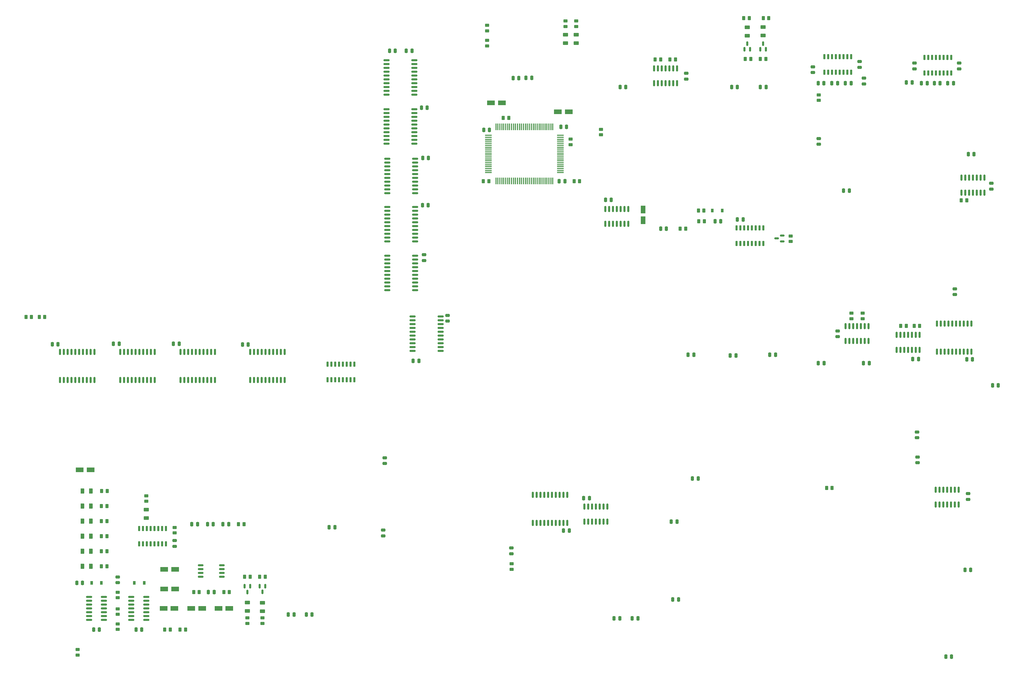
<source format=gbr>
%TF.GenerationSoftware,KiCad,Pcbnew,(6.0.8)*%
%TF.CreationDate,2022-10-29T13:34:51+01:00*%
%TF.ProjectId,yddraig030,79646472-6169-4673-9033-302e6b696361,rev?*%
%TF.SameCoordinates,Original*%
%TF.FileFunction,Paste,Top*%
%TF.FilePolarity,Positive*%
%FSLAX46Y46*%
G04 Gerber Fmt 4.6, Leading zero omitted, Abs format (unit mm)*
G04 Created by KiCad (PCBNEW (6.0.8)) date 2022-10-29 13:34:51*
%MOMM*%
%LPD*%
G01*
G04 APERTURE LIST*
G04 Aperture macros list*
%AMRoundRect*
0 Rectangle with rounded corners*
0 $1 Rounding radius*
0 $2 $3 $4 $5 $6 $7 $8 $9 X,Y pos of 4 corners*
0 Add a 4 corners polygon primitive as box body*
4,1,4,$2,$3,$4,$5,$6,$7,$8,$9,$2,$3,0*
0 Add four circle primitives for the rounded corners*
1,1,$1+$1,$2,$3*
1,1,$1+$1,$4,$5*
1,1,$1+$1,$6,$7*
1,1,$1+$1,$8,$9*
0 Add four rect primitives between the rounded corners*
20,1,$1+$1,$2,$3,$4,$5,0*
20,1,$1+$1,$4,$5,$6,$7,0*
20,1,$1+$1,$6,$7,$8,$9,0*
20,1,$1+$1,$8,$9,$2,$3,0*%
G04 Aperture macros list end*
%ADD10RoundRect,0.250000X-0.250000X-0.475000X0.250000X-0.475000X0.250000X0.475000X-0.250000X0.475000X0*%
%ADD11RoundRect,0.250000X0.450000X-0.262500X0.450000X0.262500X-0.450000X0.262500X-0.450000X-0.262500X0*%
%ADD12RoundRect,0.250000X0.625000X-0.375000X0.625000X0.375000X-0.625000X0.375000X-0.625000X-0.375000X0*%
%ADD13RoundRect,0.250000X0.375000X0.625000X-0.375000X0.625000X-0.375000X-0.625000X0.375000X-0.625000X0*%
%ADD14RoundRect,0.250000X-0.625000X0.375000X-0.625000X-0.375000X0.625000X-0.375000X0.625000X0.375000X0*%
%ADD15RoundRect,0.250000X-1.050000X-0.550000X1.050000X-0.550000X1.050000X0.550000X-1.050000X0.550000X0*%
%ADD16RoundRect,0.250000X-0.475000X0.250000X-0.475000X-0.250000X0.475000X-0.250000X0.475000X0.250000X0*%
%ADD17RoundRect,0.250000X0.250000X0.475000X-0.250000X0.475000X-0.250000X-0.475000X0.250000X-0.475000X0*%
%ADD18RoundRect,0.150000X0.150000X-0.875000X0.150000X0.875000X-0.150000X0.875000X-0.150000X-0.875000X0*%
%ADD19RoundRect,0.250000X-0.262500X-0.450000X0.262500X-0.450000X0.262500X0.450000X-0.262500X0.450000X0*%
%ADD20RoundRect,0.150000X0.875000X0.150000X-0.875000X0.150000X-0.875000X-0.150000X0.875000X-0.150000X0*%
%ADD21RoundRect,0.150000X-0.150000X0.825000X-0.150000X-0.825000X0.150000X-0.825000X0.150000X0.825000X0*%
%ADD22RoundRect,0.250000X0.475000X-0.250000X0.475000X0.250000X-0.475000X0.250000X-0.475000X-0.250000X0*%
%ADD23RoundRect,0.150000X0.150000X-0.825000X0.150000X0.825000X-0.150000X0.825000X-0.150000X-0.825000X0*%
%ADD24RoundRect,0.150000X-0.875000X-0.150000X0.875000X-0.150000X0.875000X0.150000X-0.875000X0.150000X0*%
%ADD25RoundRect,0.250000X-0.450000X0.262500X-0.450000X-0.262500X0.450000X-0.262500X0.450000X0.262500X0*%
%ADD26RoundRect,0.150000X-0.150000X0.587500X-0.150000X-0.587500X0.150000X-0.587500X0.150000X0.587500X0*%
%ADD27RoundRect,0.150000X0.150000X-0.725000X0.150000X0.725000X-0.150000X0.725000X-0.150000X-0.725000X0*%
%ADD28RoundRect,0.250000X0.262500X0.450000X-0.262500X0.450000X-0.262500X-0.450000X0.262500X-0.450000X0*%
%ADD29RoundRect,0.150000X-0.800000X-0.150000X0.800000X-0.150000X0.800000X0.150000X-0.800000X0.150000X0*%
%ADD30RoundRect,0.150000X-0.150000X0.875000X-0.150000X-0.875000X0.150000X-0.875000X0.150000X0.875000X0*%
%ADD31RoundRect,0.150000X-0.150000X0.725000X-0.150000X-0.725000X0.150000X-0.725000X0.150000X0.725000X0*%
%ADD32R,0.350000X2.200000*%
%ADD33R,2.200000X0.350000*%
%ADD34R,0.900000X1.200000*%
%ADD35RoundRect,0.150000X0.150000X-0.587500X0.150000X0.587500X-0.150000X0.587500X-0.150000X-0.587500X0*%
%ADD36RoundRect,0.150000X-0.825000X-0.150000X0.825000X-0.150000X0.825000X0.150000X-0.825000X0.150000X0*%
%ADD37RoundRect,0.150000X0.587500X0.150000X-0.587500X0.150000X-0.587500X-0.150000X0.587500X-0.150000X0*%
%ADD38RoundRect,0.250000X-0.550000X1.050000X-0.550000X-1.050000X0.550000X-1.050000X0.550000X1.050000X0*%
G04 APERTURE END LIST*
D10*
%TO.C,C1503*%
X270500000Y-99900000D03*
X272400000Y-99900000D03*
%TD*%
D11*
%TO.C,R202*%
X108000000Y-233912500D03*
X108000000Y-232087500D03*
%TD*%
D10*
%TO.C,C1302*%
X263100000Y-100500000D03*
X265000000Y-100500000D03*
%TD*%
D12*
%TO.C,D202*%
X113000000Y-229900000D03*
X113000000Y-227100000D03*
%TD*%
D13*
%TO.C,D1406*%
X56087500Y-215000000D03*
X53287500Y-215000000D03*
%TD*%
D11*
%TO.C,R1208*%
X213500000Y-35912500D03*
X213500000Y-34087500D03*
%TD*%
D14*
%TO.C,D601*%
X74500000Y-196200000D03*
X74500000Y-199000000D03*
%TD*%
D15*
%TO.C,C1408*%
X80200000Y-229000000D03*
X83800000Y-229000000D03*
%TD*%
D10*
%TO.C,C1103*%
X231600000Y-56000000D03*
X233500000Y-56000000D03*
%TD*%
D16*
%TO.C,C505*%
X311000000Y-47550000D03*
X311000000Y-49450000D03*
%TD*%
D17*
%TO.C,C510*%
X342150000Y-54750000D03*
X340250000Y-54750000D03*
%TD*%
D18*
%TO.C,U902*%
X65785000Y-153150000D03*
X67055000Y-153150000D03*
X68325000Y-153150000D03*
X69595000Y-153150000D03*
X70865000Y-153150000D03*
X72135000Y-153150000D03*
X73405000Y-153150000D03*
X74675000Y-153150000D03*
X75945000Y-153150000D03*
X77215000Y-153150000D03*
X77215000Y-143850000D03*
X75945000Y-143850000D03*
X74675000Y-143850000D03*
X73405000Y-143850000D03*
X72135000Y-143850000D03*
X70865000Y-143850000D03*
X69595000Y-143850000D03*
X68325000Y-143850000D03*
X67055000Y-143850000D03*
X65785000Y-143850000D03*
%TD*%
D16*
%TO.C,C905*%
X166600000Y-111650000D03*
X166600000Y-113550000D03*
%TD*%
D19*
%TO.C,R1101*%
X243215000Y-46850000D03*
X245040000Y-46850000D03*
%TD*%
D16*
%TO.C,C308*%
X330200000Y-178748000D03*
X330200000Y-180648000D03*
%TD*%
D10*
%TO.C,C903*%
X83450000Y-141150000D03*
X85350000Y-141150000D03*
%TD*%
D20*
%TO.C,U909*%
X163650000Y-107215000D03*
X163650000Y-105945000D03*
X163650000Y-104675000D03*
X163650000Y-103405000D03*
X163650000Y-102135000D03*
X163650000Y-100865000D03*
X163650000Y-99595000D03*
X163650000Y-98325000D03*
X163650000Y-97055000D03*
X163650000Y-95785000D03*
X154350000Y-95785000D03*
X154350000Y-97055000D03*
X154350000Y-98325000D03*
X154350000Y-99595000D03*
X154350000Y-100865000D03*
X154350000Y-102135000D03*
X154350000Y-103405000D03*
X154350000Y-104675000D03*
X154350000Y-105945000D03*
X154350000Y-107215000D03*
%TD*%
D18*
%TO.C,U903*%
X45840000Y-153187500D03*
X47110000Y-153187500D03*
X48380000Y-153187500D03*
X49650000Y-153187500D03*
X50920000Y-153187500D03*
X52190000Y-153187500D03*
X53460000Y-153187500D03*
X54730000Y-153187500D03*
X56000000Y-153187500D03*
X57270000Y-153187500D03*
X57270000Y-143887500D03*
X56000000Y-143887500D03*
X54730000Y-143887500D03*
X53460000Y-143887500D03*
X52190000Y-143887500D03*
X50920000Y-143887500D03*
X49650000Y-143887500D03*
X48380000Y-143887500D03*
X47110000Y-143887500D03*
X45840000Y-143887500D03*
%TD*%
D10*
%TO.C,C1102*%
X268600000Y-56000000D03*
X270500000Y-56000000D03*
%TD*%
%TO.C,C1205*%
X211400000Y-87200000D03*
X213300000Y-87200000D03*
%TD*%
D21*
%TO.C,U705*%
X314020000Y-135300000D03*
X312750000Y-135300000D03*
X311480000Y-135300000D03*
X310210000Y-135300000D03*
X308940000Y-135300000D03*
X307670000Y-135300000D03*
X306400000Y-135300000D03*
X306400000Y-140250000D03*
X307670000Y-140250000D03*
X308940000Y-140250000D03*
X310210000Y-140250000D03*
X311480000Y-140250000D03*
X312750000Y-140250000D03*
X314020000Y-140250000D03*
%TD*%
D10*
%TO.C,C1203*%
X211950000Y-69200000D03*
X213850000Y-69200000D03*
%TD*%
D22*
%TO.C,C1004*%
X153500000Y-180900000D03*
X153500000Y-179000000D03*
%TD*%
D19*
%TO.C,R504*%
X278087500Y-46650000D03*
X279912500Y-46650000D03*
%TD*%
D23*
%TO.C,U1101*%
X242820000Y-54750000D03*
X244090000Y-54750000D03*
X245360000Y-54750000D03*
X246630000Y-54750000D03*
X247900000Y-54750000D03*
X249170000Y-54750000D03*
X250440000Y-54750000D03*
X250440000Y-49800000D03*
X249170000Y-49800000D03*
X247900000Y-49800000D03*
X246630000Y-49800000D03*
X245360000Y-49800000D03*
X244090000Y-49800000D03*
X242820000Y-49800000D03*
%TD*%
D24*
%TO.C,U707*%
X162750000Y-132135000D03*
X162750000Y-133405000D03*
X162750000Y-134675000D03*
X162750000Y-135945000D03*
X162750000Y-137215000D03*
X162750000Y-138485000D03*
X162750000Y-139755000D03*
X162750000Y-141025000D03*
X162750000Y-142295000D03*
X162750000Y-143565000D03*
X172050000Y-143565000D03*
X172050000Y-142295000D03*
X172050000Y-141025000D03*
X172050000Y-139755000D03*
X172050000Y-138485000D03*
X172050000Y-137215000D03*
X172050000Y-135945000D03*
X172050000Y-134675000D03*
X172050000Y-133405000D03*
X172050000Y-132135000D03*
%TD*%
D11*
%TO.C,R1209*%
X217000000Y-35912500D03*
X217000000Y-34087500D03*
%TD*%
D19*
%TO.C,R205*%
X112087500Y-218500000D03*
X113912500Y-218500000D03*
%TD*%
D10*
%TO.C,C909*%
X166050000Y-95175000D03*
X167950000Y-95175000D03*
%TD*%
D25*
%TO.C,R801*%
X312050000Y-131000000D03*
X312050000Y-132825000D03*
%TD*%
D17*
%TO.C,C1204*%
X198000000Y-53000000D03*
X196100000Y-53000000D03*
%TD*%
D16*
%TO.C,C1101*%
X253540000Y-51450000D03*
X253540000Y-53350000D03*
%TD*%
D10*
%TO.C,C307*%
X281244000Y-144780000D03*
X283144000Y-144780000D03*
%TD*%
D26*
%TO.C,Q201*%
X108950000Y-221625000D03*
X107050000Y-221625000D03*
X108000000Y-223500000D03*
%TD*%
D25*
%TO.C,R605*%
X83865000Y-202100000D03*
X83865000Y-203925000D03*
%TD*%
D22*
%TO.C,C514*%
X329250000Y-49950000D03*
X329250000Y-48050000D03*
%TD*%
D10*
%TO.C,C906*%
X165700000Y-62850000D03*
X167600000Y-62850000D03*
%TD*%
D19*
%TO.C,R1406*%
X59587500Y-195000000D03*
X61412500Y-195000000D03*
%TD*%
D10*
%TO.C,C908*%
X160666000Y-44000000D03*
X162566000Y-44000000D03*
%TD*%
D25*
%TO.C,R1205*%
X215162500Y-73275000D03*
X215162500Y-75100000D03*
%TD*%
D27*
%TO.C,U706*%
X134555000Y-153075000D03*
X135825000Y-153075000D03*
X137095000Y-153075000D03*
X138365000Y-153075000D03*
X139635000Y-153075000D03*
X140905000Y-153075000D03*
X142175000Y-153075000D03*
X143445000Y-153075000D03*
X143445000Y-147925000D03*
X142175000Y-147925000D03*
X140905000Y-147925000D03*
X139635000Y-147925000D03*
X138365000Y-147925000D03*
X137095000Y-147925000D03*
X135825000Y-147925000D03*
X134555000Y-147925000D03*
%TD*%
D10*
%TO.C,C707*%
X226750000Y-93400000D03*
X228650000Y-93400000D03*
%TD*%
D20*
%TO.C,U908*%
X163396000Y-58515000D03*
X163396000Y-57245000D03*
X163396000Y-55975000D03*
X163396000Y-54705000D03*
X163396000Y-53435000D03*
X163396000Y-52165000D03*
X163396000Y-50895000D03*
X163396000Y-49625000D03*
X163396000Y-48355000D03*
X163396000Y-47085000D03*
X154096000Y-47085000D03*
X154096000Y-48355000D03*
X154096000Y-49625000D03*
X154096000Y-50895000D03*
X154096000Y-52165000D03*
X154096000Y-53435000D03*
X154096000Y-54705000D03*
X154096000Y-55975000D03*
X154096000Y-57245000D03*
X154096000Y-58515000D03*
%TD*%
D11*
%TO.C,R1001*%
X195600000Y-216000000D03*
X195600000Y-214175000D03*
%TD*%
D28*
%TO.C,R301*%
X301912500Y-189000000D03*
X300087500Y-189000000D03*
%TD*%
D19*
%TO.C,R502*%
X273087500Y-46650000D03*
X274912500Y-46650000D03*
%TD*%
D10*
%TO.C,C901*%
X43300000Y-141300000D03*
X45200000Y-141300000D03*
%TD*%
%TO.C,C508*%
X331550000Y-54750000D03*
X333450000Y-54750000D03*
%TD*%
D17*
%TO.C,C1006*%
X237500000Y-232250000D03*
X235600000Y-232250000D03*
%TD*%
D19*
%TO.C,R503*%
X272587500Y-33150000D03*
X274412500Y-33150000D03*
%TD*%
D10*
%TO.C,C512*%
X335800000Y-54750000D03*
X337700000Y-54750000D03*
%TD*%
D17*
%TO.C,C1301*%
X246950000Y-103000000D03*
X245050000Y-103000000D03*
%TD*%
D10*
%TO.C,C304*%
X297312000Y-147574000D03*
X299212000Y-147574000D03*
%TD*%
D19*
%TO.C,R702*%
X329100000Y-135200000D03*
X330925000Y-135200000D03*
%TD*%
D17*
%TO.C,C705*%
X357000000Y-155000000D03*
X355100000Y-155000000D03*
%TD*%
D16*
%TO.C,C703*%
X174400000Y-131750000D03*
X174400000Y-133650000D03*
%TD*%
D29*
%TO.C,U201*%
X92500000Y-214690000D03*
X92500000Y-215960000D03*
X92500000Y-217230000D03*
X92500000Y-218500000D03*
X99500000Y-218500000D03*
X99500000Y-217230000D03*
X99500000Y-215960000D03*
X99500000Y-214690000D03*
%TD*%
D15*
%TO.C,C201*%
X89400000Y-229000000D03*
X93000000Y-229000000D03*
%TD*%
D30*
%TO.C,U708*%
X348115000Y-134450000D03*
X346845000Y-134450000D03*
X345575000Y-134450000D03*
X344305000Y-134450000D03*
X343035000Y-134450000D03*
X341765000Y-134450000D03*
X340495000Y-134450000D03*
X339225000Y-134450000D03*
X337955000Y-134450000D03*
X336685000Y-134450000D03*
X336685000Y-143750000D03*
X337955000Y-143750000D03*
X339225000Y-143750000D03*
X340495000Y-143750000D03*
X341765000Y-143750000D03*
X343035000Y-143750000D03*
X344305000Y-143750000D03*
X345575000Y-143750000D03*
X346845000Y-143750000D03*
X348115000Y-143750000D03*
%TD*%
D13*
%TO.C,D1401*%
X56087500Y-205000000D03*
X53287500Y-205000000D03*
%TD*%
D17*
%TO.C,C504*%
X348950000Y-78250000D03*
X347050000Y-78250000D03*
%TD*%
D19*
%TO.C,R201*%
X107087500Y-218500000D03*
X108912500Y-218500000D03*
%TD*%
%TO.C,R804*%
X38955900Y-132257800D03*
X40780900Y-132257800D03*
%TD*%
D22*
%TO.C,C706*%
X303756250Y-138787500D03*
X303756250Y-136887500D03*
%TD*%
D19*
%TO.C,R207*%
X85675000Y-236000000D03*
X87500000Y-236000000D03*
%TD*%
%TO.C,R1404*%
X59587500Y-210000000D03*
X61412500Y-210000000D03*
%TD*%
D17*
%TO.C,C301*%
X257500000Y-185900000D03*
X255600000Y-185900000D03*
%TD*%
D13*
%TO.C,D1404*%
X56087500Y-195000000D03*
X53287500Y-195000000D03*
%TD*%
D16*
%TO.C,C1402*%
X65000000Y-218550000D03*
X65000000Y-220450000D03*
%TD*%
D28*
%TO.C,R1302*%
X253325000Y-103000000D03*
X251500000Y-103000000D03*
%TD*%
D19*
%TO.C,R1409*%
X59675000Y-190000000D03*
X61500000Y-190000000D03*
%TD*%
%TO.C,R1407*%
X59587500Y-215000000D03*
X61412500Y-215000000D03*
%TD*%
D20*
%TO.C,U906*%
X163396000Y-74771000D03*
X163396000Y-73501000D03*
X163396000Y-72231000D03*
X163396000Y-70961000D03*
X163396000Y-69691000D03*
X163396000Y-68421000D03*
X163396000Y-67151000D03*
X163396000Y-65881000D03*
X163396000Y-64611000D03*
X163396000Y-63341000D03*
X154096000Y-63341000D03*
X154096000Y-64611000D03*
X154096000Y-65881000D03*
X154096000Y-67151000D03*
X154096000Y-68421000D03*
X154096000Y-69691000D03*
X154096000Y-70961000D03*
X154096000Y-72231000D03*
X154096000Y-73501000D03*
X154096000Y-74771000D03*
%TD*%
D10*
%TO.C,C202*%
X95050000Y-223500000D03*
X96950000Y-223500000D03*
%TD*%
D17*
%TO.C,C1202*%
X202300000Y-52950000D03*
X200400000Y-52950000D03*
%TD*%
%TO.C,C704*%
X348450000Y-146350000D03*
X346550000Y-146350000D03*
%TD*%
D10*
%TO.C,C404*%
X345948000Y-216154000D03*
X347848000Y-216154000D03*
%TD*%
D19*
%TO.C,R1202*%
X192837500Y-66250000D03*
X194662500Y-66250000D03*
%TD*%
D22*
%TO.C,C513*%
X295550000Y-51200000D03*
X295550000Y-49300000D03*
%TD*%
D19*
%TO.C,R203*%
X90175000Y-223500000D03*
X92000000Y-223500000D03*
%TD*%
D10*
%TO.C,C507*%
X297300000Y-54750000D03*
X299200000Y-54750000D03*
%TD*%
%TO.C,C902*%
X63550000Y-141200000D03*
X65450000Y-141200000D03*
%TD*%
D19*
%TO.C,R1303*%
X257675000Y-100500000D03*
X259500000Y-100500000D03*
%TD*%
D15*
%TO.C,C1407*%
X80400000Y-222500000D03*
X84000000Y-222500000D03*
%TD*%
D17*
%TO.C,C401*%
X341500000Y-245000000D03*
X339600000Y-245000000D03*
%TD*%
D19*
%TO.C,R1301*%
X257587500Y-97000000D03*
X259412500Y-97000000D03*
%TD*%
D17*
%TO.C,C708*%
X330550000Y-146200000D03*
X328650000Y-146200000D03*
%TD*%
D11*
%TO.C,R1410*%
X51650000Y-244450000D03*
X51650000Y-242625000D03*
%TD*%
D31*
%TO.C,U1503*%
X279090000Y-102700000D03*
X277820000Y-102700000D03*
X276550000Y-102700000D03*
X275280000Y-102700000D03*
X274010000Y-102700000D03*
X272740000Y-102700000D03*
X271470000Y-102700000D03*
X270200000Y-102700000D03*
X270200000Y-107850000D03*
X271470000Y-107850000D03*
X272740000Y-107850000D03*
X274010000Y-107850000D03*
X275280000Y-107850000D03*
X276550000Y-107850000D03*
X277820000Y-107850000D03*
X279090000Y-107850000D03*
%TD*%
D10*
%TO.C,C1201*%
X186350000Y-70200000D03*
X188250000Y-70200000D03*
%TD*%
D15*
%TO.C,C1206*%
X210962500Y-64200000D03*
X214562500Y-64200000D03*
%TD*%
D16*
%TO.C,C802*%
X354690000Y-87925000D03*
X354690000Y-89825000D03*
%TD*%
D20*
%TO.C,U907*%
X163650000Y-91215000D03*
X163650000Y-89945000D03*
X163650000Y-88675000D03*
X163650000Y-87405000D03*
X163650000Y-86135000D03*
X163650000Y-84865000D03*
X163650000Y-83595000D03*
X163650000Y-82325000D03*
X163650000Y-81055000D03*
X163650000Y-79785000D03*
X154350000Y-79785000D03*
X154350000Y-81055000D03*
X154350000Y-82325000D03*
X154350000Y-83595000D03*
X154350000Y-84865000D03*
X154350000Y-86135000D03*
X154350000Y-87405000D03*
X154350000Y-88675000D03*
X154350000Y-89945000D03*
X154350000Y-91215000D03*
%TD*%
D32*
%TO.C,U1201*%
X190425000Y-87165000D03*
X191075000Y-87165000D03*
X191725000Y-87165000D03*
X192375000Y-87165000D03*
X193025000Y-87165000D03*
X193675000Y-87165000D03*
X194325000Y-87165000D03*
X194975000Y-87165000D03*
X195625000Y-87165000D03*
X196275000Y-87165000D03*
X196925000Y-87165000D03*
X197575000Y-87165000D03*
X198225000Y-87165000D03*
X198875000Y-87165000D03*
X199525000Y-87165000D03*
X200175000Y-87165000D03*
X200825000Y-87165000D03*
X201475000Y-87165000D03*
X202125000Y-87165000D03*
X202775000Y-87165000D03*
X203425000Y-87165000D03*
X204075000Y-87165000D03*
X204725000Y-87165000D03*
X205375000Y-87165000D03*
X206025000Y-87165000D03*
X206675000Y-87165000D03*
X207325000Y-87165000D03*
X207975000Y-87165000D03*
X208625000Y-87165000D03*
X209275000Y-87165000D03*
D33*
X211815000Y-84375000D03*
X211815000Y-83725000D03*
X211815000Y-83075000D03*
X211815000Y-82425000D03*
X211815000Y-81775000D03*
X211815000Y-81125000D03*
X211815000Y-80475000D03*
X211815000Y-79825000D03*
X211815000Y-79175000D03*
X211815000Y-78525000D03*
X211815000Y-77875000D03*
X211815000Y-77225000D03*
X211815000Y-76575000D03*
X211815000Y-75925000D03*
X211815000Y-75275000D03*
X211815000Y-74625000D03*
X211815000Y-73975000D03*
X211815000Y-73325000D03*
X211815000Y-72675000D03*
X211815000Y-72025000D03*
D32*
X209275000Y-69235000D03*
X208625000Y-69235000D03*
X207975000Y-69235000D03*
X207325000Y-69235000D03*
X206675000Y-69235000D03*
X206025000Y-69235000D03*
X205375000Y-69235000D03*
X204725000Y-69235000D03*
X204075000Y-69235000D03*
X203425000Y-69235000D03*
X202775000Y-69235000D03*
X202125000Y-69235000D03*
X201475000Y-69235000D03*
X200825000Y-69235000D03*
X200175000Y-69235000D03*
X199525000Y-69235000D03*
X198875000Y-69235000D03*
X198225000Y-69235000D03*
X197575000Y-69235000D03*
X196925000Y-69235000D03*
X196275000Y-69235000D03*
X195625000Y-69235000D03*
X194975000Y-69235000D03*
X194325000Y-69235000D03*
X193675000Y-69235000D03*
X193025000Y-69235000D03*
X192375000Y-69235000D03*
X191725000Y-69235000D03*
X191075000Y-69235000D03*
X190425000Y-69235000D03*
D33*
X187885000Y-72025000D03*
X187885000Y-72675000D03*
X187885000Y-73325000D03*
X187885000Y-73975000D03*
X187885000Y-74625000D03*
X187885000Y-75275000D03*
X187885000Y-75925000D03*
X187885000Y-76575000D03*
X187885000Y-77225000D03*
X187885000Y-77875000D03*
X187885000Y-78525000D03*
X187885000Y-79175000D03*
X187885000Y-79825000D03*
X187885000Y-80475000D03*
X187885000Y-81125000D03*
X187885000Y-81775000D03*
X187885000Y-82425000D03*
X187885000Y-83075000D03*
X187885000Y-83725000D03*
X187885000Y-84375000D03*
%TD*%
D19*
%TO.C,R703*%
X324687500Y-135200000D03*
X326512500Y-135200000D03*
%TD*%
D25*
%TO.C,R802*%
X308300000Y-131000000D03*
X308300000Y-132825000D03*
%TD*%
D13*
%TO.C,D1408*%
X56087500Y-190000000D03*
X53287500Y-190000000D03*
%TD*%
D17*
%TO.C,C1405*%
X58900000Y-236000000D03*
X57000000Y-236000000D03*
%TD*%
D26*
%TO.C,Q202*%
X113950000Y-221562500D03*
X112050000Y-221562500D03*
X113000000Y-223437500D03*
%TD*%
D11*
%TO.C,R501*%
X297500000Y-60412500D03*
X297500000Y-58587500D03*
%TD*%
D16*
%TO.C,C503*%
X344000000Y-48050000D03*
X344000000Y-49950000D03*
%TD*%
D10*
%TO.C,C904*%
X106350000Y-141400000D03*
X108250000Y-141400000D03*
%TD*%
D16*
%TO.C,C405*%
X347000000Y-190900000D03*
X347000000Y-192800000D03*
%TD*%
D11*
%TO.C,R1207*%
X187500000Y-37325000D03*
X187500000Y-35500000D03*
%TD*%
D27*
%TO.C,U601*%
X72055000Y-207575000D03*
X73325000Y-207575000D03*
X74595000Y-207575000D03*
X75865000Y-207575000D03*
X77135000Y-207575000D03*
X78405000Y-207575000D03*
X79675000Y-207575000D03*
X80945000Y-207575000D03*
X80945000Y-202425000D03*
X79675000Y-202425000D03*
X78405000Y-202425000D03*
X77135000Y-202425000D03*
X75865000Y-202425000D03*
X74595000Y-202425000D03*
X73325000Y-202425000D03*
X72055000Y-202425000D03*
%TD*%
D17*
%TO.C,C601*%
X101800000Y-201050000D03*
X99900000Y-201050000D03*
%TD*%
D13*
%TO.C,D1403*%
X56087500Y-210000000D03*
X53287500Y-210000000D03*
%TD*%
D25*
%TO.C,R1405*%
X64950000Y-223587500D03*
X64950000Y-225412500D03*
%TD*%
D10*
%TO.C,C910*%
X155116000Y-44000000D03*
X157016000Y-44000000D03*
%TD*%
D16*
%TO.C,C602*%
X83865000Y-206475000D03*
X83865000Y-208375000D03*
%TD*%
D22*
%TO.C,C506*%
X297500000Y-74950000D03*
X297500000Y-73050000D03*
%TD*%
D34*
%TO.C,D1405*%
X56300000Y-220500000D03*
X59600000Y-220500000D03*
%TD*%
D27*
%TO.C,U503*%
X332555000Y-51325000D03*
X333825000Y-51325000D03*
X335095000Y-51325000D03*
X336365000Y-51325000D03*
X337635000Y-51325000D03*
X338905000Y-51325000D03*
X340175000Y-51325000D03*
X341445000Y-51325000D03*
X341445000Y-46175000D03*
X340175000Y-46175000D03*
X338905000Y-46175000D03*
X337635000Y-46175000D03*
X336365000Y-46175000D03*
X335095000Y-46175000D03*
X333825000Y-46175000D03*
X332555000Y-46175000D03*
%TD*%
D11*
%TO.C,R206*%
X113000000Y-233912500D03*
X113000000Y-232087500D03*
%TD*%
D10*
%TO.C,C1104*%
X278100000Y-56000000D03*
X280000000Y-56000000D03*
%TD*%
D17*
%TO.C,C402*%
X250450000Y-200200000D03*
X248550000Y-200200000D03*
%TD*%
D25*
%TO.C,R1402*%
X64950000Y-229087500D03*
X64950000Y-230912500D03*
%TD*%
D23*
%TO.C,U405*%
X336270000Y-194535000D03*
X337540000Y-194535000D03*
X338810000Y-194535000D03*
X340080000Y-194535000D03*
X341350000Y-194535000D03*
X342620000Y-194535000D03*
X343890000Y-194535000D03*
X343890000Y-189585000D03*
X342620000Y-189585000D03*
X341350000Y-189585000D03*
X340080000Y-189585000D03*
X338810000Y-189585000D03*
X337540000Y-189585000D03*
X336270000Y-189585000D03*
%TD*%
D16*
%TO.C,C1003*%
X195500000Y-208900000D03*
X195500000Y-210800000D03*
%TD*%
D11*
%TO.C,R602*%
X74500000Y-193412500D03*
X74500000Y-191587500D03*
%TD*%
D19*
%TO.C,R601*%
X80587500Y-236000000D03*
X82412500Y-236000000D03*
%TD*%
D17*
%TO.C,C509*%
X308200000Y-54750000D03*
X306300000Y-54750000D03*
%TD*%
D13*
%TO.C,D1407*%
X56087500Y-200000000D03*
X53287500Y-200000000D03*
%TD*%
D17*
%TO.C,C1007*%
X129450000Y-231000000D03*
X127550000Y-231000000D03*
%TD*%
D10*
%TO.C,C1404*%
X51400000Y-220500000D03*
X53300000Y-220500000D03*
%TD*%
D28*
%TO.C,R604*%
X106850000Y-201050000D03*
X105025000Y-201050000D03*
%TD*%
D19*
%TO.C,R1203*%
X216350000Y-87200000D03*
X218175000Y-87200000D03*
%TD*%
D10*
%TO.C,C907*%
X166150000Y-79500000D03*
X168050000Y-79500000D03*
%TD*%
D17*
%TO.C,C1501*%
X214725000Y-203100000D03*
X212825000Y-203100000D03*
%TD*%
D23*
%TO.C,U1502*%
X219750000Y-200150000D03*
X221020000Y-200150000D03*
X222290000Y-200150000D03*
X223560000Y-200150000D03*
X224830000Y-200150000D03*
X226100000Y-200150000D03*
X227370000Y-200150000D03*
X227370000Y-195200000D03*
X226100000Y-195200000D03*
X224830000Y-195200000D03*
X223560000Y-195200000D03*
X222290000Y-195200000D03*
X221020000Y-195200000D03*
X219750000Y-195200000D03*
%TD*%
D35*
%TO.C,Q501*%
X272800000Y-43425000D03*
X274700000Y-43425000D03*
X273750000Y-41550000D03*
%TD*%
D10*
%TO.C,C302*%
X312298000Y-147574000D03*
X314198000Y-147574000D03*
%TD*%
D11*
%TO.C,R1206*%
X187500000Y-42325000D03*
X187500000Y-40500000D03*
%TD*%
D27*
%TO.C,U502*%
X299305000Y-51075000D03*
X300575000Y-51075000D03*
X301845000Y-51075000D03*
X303115000Y-51075000D03*
X304385000Y-51075000D03*
X305655000Y-51075000D03*
X306925000Y-51075000D03*
X308195000Y-51075000D03*
X308195000Y-45925000D03*
X306925000Y-45925000D03*
X305655000Y-45925000D03*
X304385000Y-45925000D03*
X303115000Y-45925000D03*
X301845000Y-45925000D03*
X300575000Y-45925000D03*
X299305000Y-45925000D03*
%TD*%
D11*
%TO.C,R1401*%
X64950000Y-235912500D03*
X64950000Y-234087500D03*
%TD*%
D17*
%TO.C,C801*%
X164850000Y-146800000D03*
X162950000Y-146800000D03*
%TD*%
D25*
%TO.C,R603*%
X288163000Y-105410000D03*
X288163000Y-107235000D03*
%TD*%
D10*
%TO.C,C701*%
X305700000Y-90400000D03*
X307600000Y-90400000D03*
%TD*%
D30*
%TO.C,U1501*%
X214040000Y-191300000D03*
X212770000Y-191300000D03*
X211500000Y-191300000D03*
X210230000Y-191300000D03*
X208960000Y-191300000D03*
X207690000Y-191300000D03*
X206420000Y-191300000D03*
X205150000Y-191300000D03*
X203880000Y-191300000D03*
X202610000Y-191300000D03*
X202610000Y-200600000D03*
X203880000Y-200600000D03*
X205150000Y-200600000D03*
X206420000Y-200600000D03*
X207690000Y-200600000D03*
X208960000Y-200600000D03*
X210230000Y-200600000D03*
X211500000Y-200600000D03*
X212770000Y-200600000D03*
X214040000Y-200600000D03*
%TD*%
D12*
%TO.C,D201*%
X108000000Y-229800000D03*
X108000000Y-227000000D03*
%TD*%
D17*
%TO.C,C1008*%
X123450000Y-231000000D03*
X121550000Y-231000000D03*
%TD*%
D28*
%TO.C,R1201*%
X188075000Y-87250000D03*
X186250000Y-87250000D03*
%TD*%
D35*
%TO.C,Q502*%
X278050000Y-43487500D03*
X279950000Y-43487500D03*
X279000000Y-41612500D03*
%TD*%
D15*
%TO.C,C1401*%
X80400000Y-216000000D03*
X84000000Y-216000000D03*
%TD*%
D28*
%TO.C,R701*%
X346565000Y-93575000D03*
X344740000Y-93575000D03*
%TD*%
D21*
%TO.C,U701*%
X330910000Y-138225000D03*
X329640000Y-138225000D03*
X328370000Y-138225000D03*
X327100000Y-138225000D03*
X325830000Y-138225000D03*
X324560000Y-138225000D03*
X323290000Y-138225000D03*
X323290000Y-143175000D03*
X324560000Y-143175000D03*
X325830000Y-143175000D03*
X327100000Y-143175000D03*
X328370000Y-143175000D03*
X329640000Y-143175000D03*
X330910000Y-143175000D03*
%TD*%
D17*
%TO.C,C604*%
X91450000Y-201000000D03*
X89550000Y-201000000D03*
%TD*%
D14*
%TO.C,D501*%
X273750000Y-36200000D03*
X273750000Y-39000000D03*
%TD*%
D19*
%TO.C,R505*%
X279087500Y-33150000D03*
X280912500Y-33150000D03*
%TD*%
D10*
%TO.C,C305*%
X254132000Y-144780000D03*
X256032000Y-144780000D03*
%TD*%
D34*
%TO.C,D1301*%
X262200000Y-97000000D03*
X265500000Y-97000000D03*
%TD*%
%TO.C,D1402*%
X70450000Y-220500000D03*
X73750000Y-220500000D03*
%TD*%
D19*
%TO.C,R1408*%
X59587500Y-200000000D03*
X61412500Y-200000000D03*
%TD*%
D17*
%TO.C,C1001*%
X137000000Y-202000000D03*
X135100000Y-202000000D03*
%TD*%
D18*
%TO.C,U904*%
X108880000Y-153187500D03*
X110150000Y-153187500D03*
X111420000Y-153187500D03*
X112690000Y-153187500D03*
X113960000Y-153187500D03*
X115230000Y-153187500D03*
X116500000Y-153187500D03*
X117770000Y-153187500D03*
X119040000Y-153187500D03*
X120310000Y-153187500D03*
X120310000Y-143887500D03*
X119040000Y-143887500D03*
X117770000Y-143887500D03*
X116500000Y-143887500D03*
X115230000Y-143887500D03*
X113960000Y-143887500D03*
X112690000Y-143887500D03*
X111420000Y-143887500D03*
X110150000Y-143887500D03*
X108880000Y-143887500D03*
%TD*%
D10*
%TO.C,C511*%
X301800000Y-54750000D03*
X303700000Y-54750000D03*
%TD*%
D17*
%TO.C,C1406*%
X72950000Y-236000000D03*
X71050000Y-236000000D03*
%TD*%
%TO.C,C603*%
X96650000Y-201000000D03*
X94750000Y-201000000D03*
%TD*%
D36*
%TO.C,U1401*%
X69475000Y-225190000D03*
X69475000Y-226460000D03*
X69475000Y-227730000D03*
X69475000Y-229000000D03*
X69475000Y-230270000D03*
X69475000Y-231540000D03*
X69475000Y-232810000D03*
X74425000Y-232810000D03*
X74425000Y-231540000D03*
X74425000Y-230270000D03*
X74425000Y-229000000D03*
X74425000Y-227730000D03*
X74425000Y-226460000D03*
X74425000Y-225190000D03*
%TD*%
%TO.C,U1402*%
X55475000Y-225190000D03*
X55475000Y-226460000D03*
X55475000Y-227730000D03*
X55475000Y-229000000D03*
X55475000Y-230270000D03*
X55475000Y-231540000D03*
X55475000Y-232810000D03*
X60425000Y-232810000D03*
X60425000Y-231540000D03*
X60425000Y-230270000D03*
X60425000Y-229000000D03*
X60425000Y-227730000D03*
X60425000Y-226460000D03*
X60425000Y-225190000D03*
%TD*%
D10*
%TO.C,C1502*%
X219500000Y-192400000D03*
X221400000Y-192400000D03*
%TD*%
D16*
%TO.C,C303*%
X330100000Y-170450000D03*
X330100000Y-172350000D03*
%TD*%
D17*
%TO.C,C403*%
X250950000Y-226000000D03*
X249050000Y-226000000D03*
%TD*%
D16*
%TO.C,C1002*%
X153000000Y-203000000D03*
X153000000Y-204900000D03*
%TD*%
D12*
%TO.C,D1201*%
X213500000Y-41400000D03*
X213500000Y-38600000D03*
%TD*%
D17*
%TO.C,C1005*%
X231500000Y-232250000D03*
X229600000Y-232250000D03*
%TD*%
D23*
%TO.C,U702*%
X226660000Y-101375000D03*
X227930000Y-101375000D03*
X229200000Y-101375000D03*
X230470000Y-101375000D03*
X231740000Y-101375000D03*
X233010000Y-101375000D03*
X234280000Y-101375000D03*
X234280000Y-96425000D03*
X233010000Y-96425000D03*
X231740000Y-96425000D03*
X230470000Y-96425000D03*
X229200000Y-96425000D03*
X227930000Y-96425000D03*
X226660000Y-96425000D03*
%TD*%
D24*
%TO.C,U905*%
X154350000Y-111985000D03*
X154350000Y-113255000D03*
X154350000Y-114525000D03*
X154350000Y-115795000D03*
X154350000Y-117065000D03*
X154350000Y-118335000D03*
X154350000Y-119605000D03*
X154350000Y-120875000D03*
X154350000Y-122145000D03*
X154350000Y-123415000D03*
X163650000Y-123415000D03*
X163650000Y-122145000D03*
X163650000Y-120875000D03*
X163650000Y-119605000D03*
X163650000Y-118335000D03*
X163650000Y-117065000D03*
X163650000Y-115795000D03*
X163650000Y-114525000D03*
X163650000Y-113255000D03*
X163650000Y-111985000D03*
%TD*%
D22*
%TO.C,C501*%
X312500000Y-54950000D03*
X312500000Y-53050000D03*
%TD*%
D14*
%TO.C,D502*%
X279000000Y-36100000D03*
X279000000Y-38900000D03*
%TD*%
D12*
%TO.C,D1202*%
X217000000Y-41400000D03*
X217000000Y-38600000D03*
%TD*%
D19*
%TO.C,R204*%
X100175000Y-223500000D03*
X102000000Y-223500000D03*
%TD*%
%TO.C,R1102*%
X248115000Y-46850000D03*
X249940000Y-46850000D03*
%TD*%
%TO.C,R1403*%
X59587500Y-205000000D03*
X61412500Y-205000000D03*
%TD*%
D15*
%TO.C,C1207*%
X188800000Y-61200000D03*
X192400000Y-61200000D03*
%TD*%
D25*
%TO.C,R1204*%
X225250000Y-70025000D03*
X225250000Y-71850000D03*
%TD*%
D10*
%TO.C,C306*%
X268102000Y-145034000D03*
X270002000Y-145034000D03*
%TD*%
D15*
%TO.C,C203*%
X98400000Y-229000000D03*
X102000000Y-229000000D03*
%TD*%
D23*
%TO.C,U704*%
X344830000Y-91000000D03*
X346100000Y-91000000D03*
X347370000Y-91000000D03*
X348640000Y-91000000D03*
X349910000Y-91000000D03*
X351180000Y-91000000D03*
X352450000Y-91000000D03*
X352450000Y-86050000D03*
X351180000Y-86050000D03*
X349910000Y-86050000D03*
X348640000Y-86050000D03*
X347370000Y-86050000D03*
X346100000Y-86050000D03*
X344830000Y-86050000D03*
%TD*%
D18*
%TO.C,U901*%
X85785000Y-153150000D03*
X87055000Y-153150000D03*
X88325000Y-153150000D03*
X89595000Y-153150000D03*
X90865000Y-153150000D03*
X92135000Y-153150000D03*
X93405000Y-153150000D03*
X94675000Y-153150000D03*
X95945000Y-153150000D03*
X97215000Y-153150000D03*
X97215000Y-143850000D03*
X95945000Y-143850000D03*
X94675000Y-143850000D03*
X93405000Y-143850000D03*
X92135000Y-143850000D03*
X90865000Y-143850000D03*
X89595000Y-143850000D03*
X88325000Y-143850000D03*
X87055000Y-143850000D03*
X85785000Y-143850000D03*
%TD*%
D10*
%TO.C,C502*%
X326550000Y-54500000D03*
X328450000Y-54500000D03*
%TD*%
D15*
%TO.C,C1403*%
X52400000Y-183000000D03*
X56000000Y-183000000D03*
%TD*%
D37*
%TO.C,Q601*%
X285389800Y-107172800D03*
X285389800Y-105272800D03*
X283514800Y-106222800D03*
%TD*%
D16*
%TO.C,C702*%
X342600000Y-122950000D03*
X342600000Y-124850000D03*
%TD*%
D19*
%TO.C,R803*%
X34545900Y-132257800D03*
X36370900Y-132257800D03*
%TD*%
D38*
%TO.C,C1303*%
X239200000Y-96600000D03*
X239200000Y-100200000D03*
%TD*%
M02*

</source>
